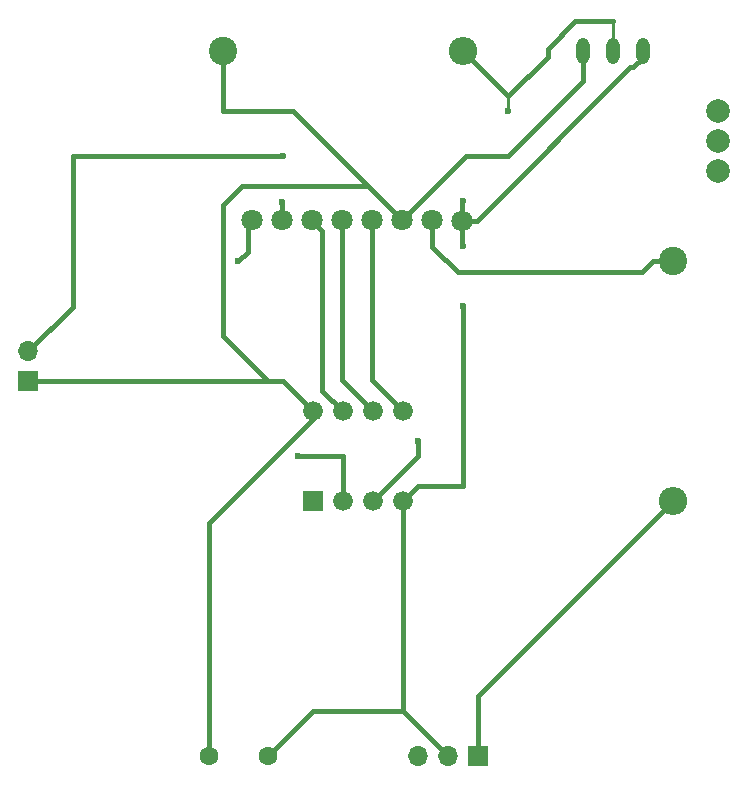
<source format=gtl>
G04 #@! TF.FileFunction,Copper,L1,Top,Signal*
%FSLAX46Y46*%
G04 Gerber Fmt 4.6, Leading zero omitted, Abs format (unit mm)*
G04 Created by KiCad (PCBNEW 4.0.7) date Sunday 09 February 2020 'à' 15:54:51*
%MOMM*%
%LPD*%
G01*
G04 APERTURE LIST*
%ADD10C,0.100000*%
%ADD11C,2.000000*%
%ADD12C,2.400000*%
%ADD13O,2.400000X2.400000*%
%ADD14R,1.676400X1.676400*%
%ADD15C,1.676400*%
%ADD16R,1.700000X1.700000*%
%ADD17O,1.700000X1.700000*%
%ADD18C,1.600000*%
%ADD19O,1.110000X2.220000*%
%ADD20C,1.800000*%
%ADD21C,0.600000*%
%ADD22C,0.250000*%
%ADD23C,0.400000*%
G04 APERTURE END LIST*
D10*
D11*
X118110000Y-35560000D03*
X118110000Y-33020000D03*
D12*
X76200000Y-25400000D03*
D13*
X96520000Y-25400000D03*
D12*
X114300000Y-43180000D03*
D13*
X114300000Y-63500000D03*
D14*
X83820000Y-63500000D03*
D15*
X86360000Y-63500000D03*
X88900000Y-63500000D03*
X91440000Y-63500000D03*
X91440000Y-55880000D03*
X88900000Y-55880000D03*
X86360000Y-55880000D03*
X83820000Y-55880000D03*
D16*
X59690000Y-53340000D03*
D17*
X59690000Y-50800000D03*
D18*
X75010000Y-85090000D03*
X80010000Y-85090000D03*
D16*
X97790000Y-85090000D03*
D17*
X95250000Y-85090000D03*
X92710000Y-85090000D03*
D19*
X106680000Y-25400000D03*
X109220000Y-25400000D03*
X111760000Y-25400000D03*
D11*
X118110000Y-30480000D03*
D20*
X96450000Y-39750000D03*
X93910000Y-39710000D03*
X91370000Y-39710000D03*
X78670000Y-39710000D03*
X81210000Y-39710000D03*
X88830000Y-39710000D03*
X86290000Y-39710000D03*
X83750000Y-39710000D03*
D21*
X96520000Y-38100000D03*
X96520000Y-46990000D03*
X96520000Y-41910000D03*
X96520000Y-46990000D03*
X81280000Y-34290000D03*
X81210000Y-38170000D03*
X92710000Y-58420000D03*
X100330000Y-30480000D03*
X77470000Y-43180000D03*
X82550000Y-59690000D03*
D22*
X83820000Y-55880000D02*
X83820000Y-56505093D01*
D23*
X83820000Y-56505093D02*
X75012546Y-65312546D01*
D22*
X75012546Y-65312546D02*
X75010000Y-65310000D01*
D23*
X75010000Y-65310000D02*
X75010000Y-85090000D01*
X100330000Y-34290000D02*
X106680000Y-27940000D01*
X106680000Y-27940000D02*
X106680000Y-25400000D01*
X91370000Y-39710000D02*
X96790000Y-34290000D01*
X96790000Y-34290000D02*
X100330000Y-34290000D01*
X63500000Y-53340000D02*
X59690000Y-53340000D01*
X76200000Y-30480000D02*
X76200000Y-25400000D01*
D22*
X83820000Y-55166809D02*
X83820000Y-55880000D01*
X81280000Y-53340000D02*
X80010000Y-53340000D01*
D23*
X80010000Y-53340000D02*
X76200000Y-49530000D01*
X76200000Y-49530000D02*
X76200000Y-38423157D01*
X76200000Y-38423157D02*
X77793157Y-36830000D01*
X77793157Y-36830000D02*
X88490000Y-36830000D01*
D22*
X88490000Y-36830000D02*
X91370000Y-39710000D01*
D23*
X63500000Y-53340000D02*
X81280000Y-53340000D01*
X81280000Y-53340000D02*
X83820000Y-55880000D01*
X76200000Y-30480000D02*
X82140000Y-30480000D01*
X82140000Y-30480000D02*
X91370000Y-39710000D01*
X97722792Y-39750000D02*
X96450000Y-39750000D01*
X110712792Y-26760000D02*
X97722792Y-39750000D01*
X110955000Y-26760000D02*
X110712792Y-26760000D01*
X111760000Y-25955000D02*
X110955000Y-26760000D01*
D22*
X111760000Y-25400000D02*
X111760000Y-25955000D01*
D23*
X91440000Y-81280000D02*
X83820000Y-81280000D01*
X83820000Y-81280000D02*
X80010000Y-85090000D01*
X91440000Y-72390000D02*
X91440000Y-81280000D01*
X91440000Y-81280000D02*
X95250000Y-85090000D01*
X63472154Y-34290000D02*
X63472154Y-47017846D01*
X63472154Y-47017846D02*
X59690000Y-50800000D01*
X63472154Y-34290000D02*
X81280000Y-34290000D01*
D22*
X96450000Y-38170000D02*
X96520000Y-38100000D01*
D23*
X96450000Y-39750000D02*
X96450000Y-38170000D01*
X96520000Y-62230000D02*
X92710000Y-62230000D01*
X92710000Y-62230000D02*
X91440000Y-63500000D01*
X96520000Y-46990000D02*
X96520000Y-62230000D01*
D22*
X96450000Y-41840000D02*
X96520000Y-41910000D01*
D23*
X96450000Y-39750000D02*
X96450000Y-41840000D01*
X81210000Y-38170000D02*
X81210000Y-39710000D01*
X91440000Y-63500000D02*
X91440000Y-72390000D01*
X114300000Y-63500000D02*
X97790000Y-80010000D01*
X97790000Y-80010000D02*
X97790000Y-85090000D01*
X103689989Y-25850011D02*
X100330000Y-29210000D01*
X106043589Y-22860000D02*
X103689989Y-25213600D01*
X103689989Y-25213600D02*
X103689989Y-25850011D01*
X109220000Y-22860000D02*
X106043589Y-22860000D01*
D22*
X109220000Y-25400000D02*
X109220000Y-22860000D01*
D23*
X97790000Y-26670000D02*
X99060000Y-27940000D01*
X96520000Y-25400000D02*
X97790000Y-26670000D01*
D22*
X100330000Y-30480000D02*
X100330000Y-29210000D01*
D23*
X100330000Y-29210000D02*
X99060000Y-27940000D01*
X92710000Y-58420000D02*
X92710000Y-59690000D01*
X92710000Y-59690000D02*
X88900000Y-63500000D01*
X93910000Y-39710000D02*
X93910000Y-41961990D01*
X112602944Y-43180000D02*
X114300000Y-43180000D01*
X93910000Y-41961990D02*
X96071101Y-44123091D01*
X96071101Y-44123091D02*
X111659853Y-44123091D01*
X111659853Y-44123091D02*
X112602944Y-43180000D01*
X77470000Y-43180000D02*
X78289990Y-42360010D01*
X78289990Y-42360010D02*
X78289990Y-40453600D01*
X78289990Y-40453600D02*
X78670000Y-40073590D01*
X78670000Y-40073590D02*
X78670000Y-39710000D01*
X86360000Y-59690000D02*
X82550000Y-59690000D01*
X86360000Y-63500000D02*
X86360000Y-59690000D01*
X88830000Y-39710000D02*
X88830000Y-53270000D01*
X88830000Y-53270000D02*
X91440000Y-55880000D01*
X86290000Y-39710000D02*
X86290000Y-53270000D01*
X86290000Y-53270000D02*
X88900000Y-55880000D01*
X83750000Y-39710000D02*
X84630987Y-40590987D01*
X84630987Y-40590987D02*
X84630987Y-54150987D01*
X84630987Y-54150987D02*
X86360000Y-55880000D01*
M02*

</source>
